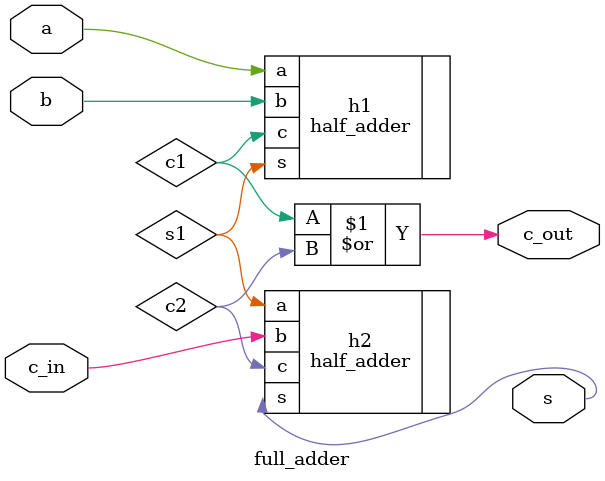
<source format=v>
module full_adder (
    input wire a,
    input wire b,
    input wire c_in,
    output wire c_out,
    output wire s
);

    wire s1, c1, c2;

    half_adder h1 (
        .a(a),
        .b(b),
        .s(s1),
        .c(c1)
    );

    half_adder h2(
        .a(s1),
        .b(c_in),
        .s(s),
        .c(c2)
    );

    assign c_out = c1 | c2;

endmodule
</source>
